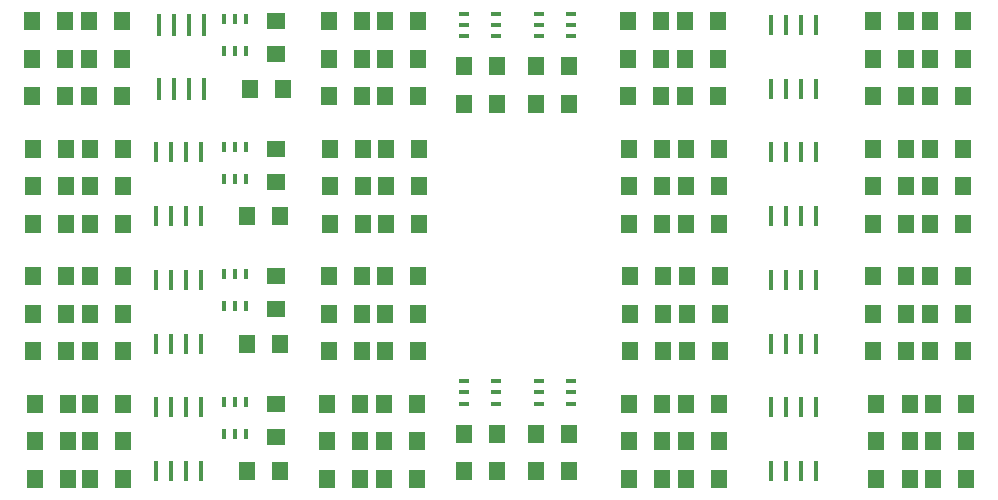
<source format=gbr>
G04 DipTrace 3.3.1.3*
G04 TopPaste.gbr*
%MOMM*%
G04 #@! TF.FileFunction,Paste,Top*
G04 #@! TF.Part,Single*
%AMOUTLINE2*
4,1,4,
-0.2,0.9,
0.2,0.9,
0.2,-0.9,
-0.2,-0.9,
-0.2,0.9,
0*%
%ADD33R,0.4X1.8*%
%ADD35R,1.6X1.4*%
%ADD37R,1.4X1.6*%
%ADD43R,0.9X0.4*%
%ADD45R,0.4X0.9*%
%ADD54OUTLINE2*%
%FSLAX35Y35*%
G04*
G71*
G90*
G75*
G01*
G04 TopPaste*
%LPD*%
D45*
X3603500Y5254500D3*
X3698500D3*
X3793500D3*
Y5524500D3*
X3698500D3*
X3603500D3*
Y4175000D3*
X3698500D3*
X3793500D3*
Y4445000D3*
X3698500D3*
X3603500D3*
Y3095500D3*
X3698500D3*
X3793500D3*
Y3365500D3*
X3698500D3*
X3603500D3*
Y2016000D3*
X3698500D3*
X3793500D3*
Y2286000D3*
X3698500D3*
X3603500D3*
D43*
X5635500Y5572000D3*
Y5477000D3*
Y5382000D3*
X5905500D3*
Y5477000D3*
Y5572000D3*
X6270500D3*
Y5477000D3*
Y5382000D3*
X6540500D3*
Y5477000D3*
Y5572000D3*
X5635500Y2460500D3*
Y2365500D3*
Y2270500D3*
X5905500D3*
Y2365500D3*
Y2460500D3*
X6270500D3*
Y2365500D3*
Y2270500D3*
X6540500D3*
Y2365500D3*
Y2460500D3*
D37*
X3820000Y4937000D3*
X4100000D3*
D35*
X4048000Y5508500D3*
Y5228500D3*
D37*
X4492500Y5191000D3*
X4772500D3*
X3799750Y3857500D3*
X4079750D3*
D35*
X4048000Y4429000D3*
Y4149000D3*
D37*
X1984250Y4111500D3*
X2264250D3*
X4504000D3*
X4784000D3*
X3799750Y2778000D3*
X4079750D3*
D35*
X4048000Y3349500D3*
Y3069500D3*
D37*
X1990000Y3032000D3*
X2270000D3*
X4492500D3*
X4772500D3*
X3799750Y1698500D3*
X4079750D3*
D35*
X4048000Y2270000D3*
Y1990000D3*
D37*
X2000123Y1952500D3*
X2280123D3*
X4476623D3*
X4756623D3*
X5635500Y4810000D3*
X5915500D3*
X1978500Y5191000D3*
X2258500D3*
X5915500Y5127500D3*
X5635500D3*
X7021000Y5191000D3*
X7301000D3*
X9102000D3*
X9382000D3*
X6524500Y4810000D3*
X6244500D3*
X6524500Y5127500D3*
X6244500D3*
X7032500Y4111500D3*
X7312500D3*
X9102000D3*
X9382000D3*
X5635500Y1698500D3*
X5915500D3*
X5635500Y2016000D3*
X5915500D3*
X7038250Y3032000D3*
X7318250D3*
X9102000D3*
X9382000D3*
X6524500Y1698500D3*
X6244500D3*
X6524500Y2016000D3*
X6244500D3*
X7032500Y1952500D3*
X7312500D3*
X9128000D3*
X9408000D3*
D54*
X3052250Y4937000D3*
X3179250D3*
X3306250D3*
X3433250D3*
Y5477000D3*
X3306250D3*
X3179250D3*
X3052250D3*
D33*
X3032000Y3857500D3*
X3159000D3*
X3286000D3*
X3413000D3*
Y4397500D3*
X3286000D3*
X3159000D3*
X3032000D3*
Y2778000D3*
X3159000D3*
X3286000D3*
X3413000D3*
Y3318000D3*
X3286000D3*
X3159000D3*
X3032000D3*
Y1698500D3*
X3159000D3*
X3286000D3*
X3413000D3*
Y2238500D3*
X3286000D3*
X3159000D3*
X3032000D3*
X8239000Y4937000D3*
X8366000D3*
X8493000D3*
X8620000D3*
Y5477000D3*
X8493000D3*
X8366000D3*
X8239000D3*
Y3857500D3*
X8366000D3*
X8493000D3*
X8620000D3*
Y4397500D3*
X8493000D3*
X8366000D3*
X8239000D3*
Y2778000D3*
X8366000D3*
X8493000D3*
X8620000D3*
Y3318000D3*
X8493000D3*
X8366000D3*
X8239000D3*
Y1698500D3*
X8366000D3*
X8493000D3*
X8620000D3*
Y2238500D3*
X8493000D3*
X8366000D3*
X8239000D3*
D37*
X2258500Y4873500D3*
X1978500D3*
X2460500D3*
X2740500D3*
X2258500Y5508500D3*
X1978500D3*
X2460500D3*
X2740500D3*
Y5191000D3*
X2460500D3*
X4772500Y4873500D3*
X4492500D3*
X4963000D3*
X5243000D3*
X4492500Y5508500D3*
X4772500D3*
X4963000D3*
X5243000D3*
Y5191000D3*
X4963000D3*
X2264250Y3794000D3*
X1984250D3*
X2466250D3*
X2746250D3*
X1984250Y4429000D3*
X2264250D3*
X2466250D3*
X2746250D3*
Y4111500D3*
X2466250D3*
X4784000Y3794000D3*
X4504000D3*
X4974500D3*
X5254500D3*
X4504000Y4429000D3*
X4784000D3*
X4974500D3*
X5254500D3*
Y4111500D3*
X4974500D3*
X2270000Y2714500D3*
X1990000D3*
X2472000D3*
X2752000D3*
X1990000Y3349500D3*
X2270000D3*
X2472000D3*
X2752000D3*
Y3032000D3*
X2472000D3*
X4772500Y2714500D3*
X4492500D3*
X4963000D3*
X5243000D3*
X4492500Y3349500D3*
X4772500D3*
X4963000D3*
X5243000D3*
Y3032000D3*
X4963000D3*
X2280123Y1635000D3*
X2000123D3*
X2470627D3*
X2750627D3*
X2000123Y2270000D3*
X2280123D3*
X2470627D3*
X2750627D3*
Y1952500D3*
X2470627D3*
X4756623Y1635000D3*
X4476623D3*
X4958627D3*
X5238627D3*
X4476623Y2270000D3*
X4756623D3*
X4958627D3*
X5238627D3*
Y1952500D3*
X4958627D3*
X7301000Y4873500D3*
X7021000D3*
X7503000D3*
X7783000D3*
X7021000Y5508500D3*
X7301000D3*
X7503000D3*
X7783000D3*
Y5191000D3*
X7503000D3*
X9382000Y4873500D3*
X9102000D3*
X9584000D3*
X9864000D3*
X9102000Y5508500D3*
X9382000D3*
X9584000D3*
X9864000D3*
Y5191000D3*
X9584000D3*
X7312500Y3794000D3*
X7032500D3*
X7514500D3*
X7794500D3*
X7032500Y4429000D3*
X7312500D3*
X7514500D3*
X7794500D3*
Y4111500D3*
X7514500D3*
X9382000Y3794000D3*
X9102000D3*
X9584000D3*
X9864000D3*
X9102000Y4429000D3*
X9382000D3*
X9584000D3*
X9864000D3*
Y4111500D3*
X9584000D3*
X7318250Y2714500D3*
X7038250D3*
X7520250D3*
X7800250D3*
X7038250Y3349500D3*
X7318250D3*
X7520250D3*
X7800250D3*
Y3032000D3*
X7520250D3*
X9382000Y2714500D3*
X9102000D3*
X9584000D3*
X9864000D3*
X9102000Y3349500D3*
X9382000D3*
X9584000D3*
X9864000D3*
Y3032000D3*
X9584000D3*
X7312500Y1635000D3*
X7032500D3*
X7514500D3*
X7794500D3*
X7032500Y2270000D3*
X7312500D3*
X7514500D3*
X7794500D3*
Y1952500D3*
X7514500D3*
X9408000Y1635000D3*
X9128000D3*
X9610000D3*
X9890000D3*
X9128000Y2270000D3*
X9408000D3*
X9610000D3*
X9890000D3*
Y1952500D3*
X9610000D3*
M02*

</source>
